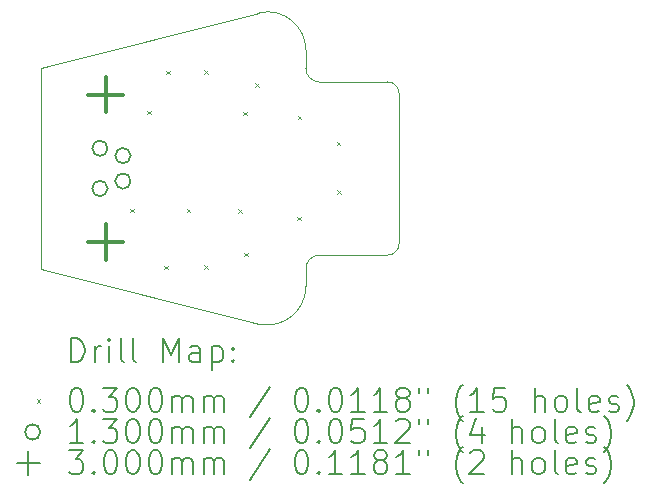
<source format=gbr>
%TF.GenerationSoftware,KiCad,Pcbnew,8.0.8*%
%TF.CreationDate,2025-02-03T14:17:49+01:00*%
%TF.ProjectId,FT25-SLS,46543235-2d53-44c5-932e-6b696361645f,rev?*%
%TF.SameCoordinates,Original*%
%TF.FileFunction,Drillmap*%
%TF.FilePolarity,Positive*%
%FSLAX45Y45*%
G04 Gerber Fmt 4.5, Leading zero omitted, Abs format (unit mm)*
G04 Created by KiCad (PCBNEW 8.0.8) date 2025-02-03 14:17:49*
%MOMM*%
%LPD*%
G01*
G04 APERTURE LIST*
%ADD10C,0.050000*%
%ADD11C,0.200000*%
%ADD12C,0.100000*%
%ADD13C,0.130000*%
%ADD14C,0.300000*%
G04 APERTURE END LIST*
D10*
X13825813Y-5000000D02*
X13826000Y-5152025D01*
X13430017Y-4681791D02*
G75*
G02*
X13825813Y-5000000I69983J-318209D01*
G01*
X11580000Y-5150000D02*
X13430017Y-4681791D01*
X13935891Y-5267000D02*
X14516000Y-5267000D01*
X14516000Y-5267000D02*
G75*
G02*
X14616000Y-5367000I0J-100000D01*
G01*
X14616289Y-6635289D02*
G75*
G02*
X14516289Y-6735289I-99999J-1D01*
G01*
X13825813Y-7000000D02*
G75*
G02*
X13430017Y-7318209I-325814J0D01*
G01*
X11580000Y-6850000D02*
X13430000Y-7318286D01*
X11580000Y-5150000D02*
X11580000Y-6850000D01*
X13825813Y-7000000D02*
X13827000Y-6850000D01*
X13935891Y-5267000D02*
G75*
G02*
X13826005Y-5152025I3109J112970D01*
G01*
X14616289Y-6634309D02*
X14616000Y-5367000D01*
X13827000Y-6850000D02*
G75*
G02*
X13936891Y-6735025I113000J2000D01*
G01*
X13936891Y-6735025D02*
X14516289Y-6735289D01*
D11*
D12*
X12340694Y-6340306D02*
X12370694Y-6370306D01*
X12370694Y-6340306D02*
X12340694Y-6370306D01*
X12481000Y-5513000D02*
X12511000Y-5543000D01*
X12511000Y-5513000D02*
X12481000Y-5543000D01*
X12629000Y-6826000D02*
X12659000Y-6856000D01*
X12659000Y-6826000D02*
X12629000Y-6856000D01*
X12643000Y-5174000D02*
X12673000Y-5204000D01*
X12673000Y-5174000D02*
X12643000Y-5204000D01*
X12819000Y-6342000D02*
X12849000Y-6372000D01*
X12849000Y-6342000D02*
X12819000Y-6372000D01*
X12964000Y-5168000D02*
X12994000Y-5198000D01*
X12994000Y-5168000D02*
X12964000Y-5198000D01*
X12965000Y-6820000D02*
X12995000Y-6850000D01*
X12995000Y-6820000D02*
X12965000Y-6850000D01*
X13254000Y-6344000D02*
X13284000Y-6374000D01*
X13284000Y-6344000D02*
X13254000Y-6374000D01*
X13296000Y-5519000D02*
X13326000Y-5549000D01*
X13326000Y-5519000D02*
X13296000Y-5549000D01*
X13305000Y-6716000D02*
X13335000Y-6746000D01*
X13335000Y-6716000D02*
X13305000Y-6746000D01*
X13399000Y-5280000D02*
X13429000Y-5310000D01*
X13429000Y-5280000D02*
X13399000Y-5310000D01*
X13755000Y-6409000D02*
X13785000Y-6439000D01*
X13785000Y-6409000D02*
X13755000Y-6439000D01*
X13759000Y-5556000D02*
X13789000Y-5586000D01*
X13789000Y-5556000D02*
X13759000Y-5586000D01*
X14086000Y-5776000D02*
X14116000Y-5806000D01*
X14116000Y-5776000D02*
X14086000Y-5806000D01*
X14090000Y-6185000D02*
X14120000Y-6215000D01*
X14120000Y-6185000D02*
X14090000Y-6215000D01*
D13*
X12147000Y-5830000D02*
G75*
G02*
X12017000Y-5830000I-65000J0D01*
G01*
X12017000Y-5830000D02*
G75*
G02*
X12147000Y-5830000I65000J0D01*
G01*
X12147000Y-6170000D02*
G75*
G02*
X12017000Y-6170000I-65000J0D01*
G01*
X12017000Y-6170000D02*
G75*
G02*
X12147000Y-6170000I65000J0D01*
G01*
X12342000Y-5892500D02*
G75*
G02*
X12212000Y-5892500I-65000J0D01*
G01*
X12212000Y-5892500D02*
G75*
G02*
X12342000Y-5892500I65000J0D01*
G01*
X12342000Y-6107500D02*
G75*
G02*
X12212000Y-6107500I-65000J0D01*
G01*
X12212000Y-6107500D02*
G75*
G02*
X12342000Y-6107500I65000J0D01*
G01*
D14*
X12132000Y-5225000D02*
X12132000Y-5525000D01*
X11982000Y-5375000D02*
X12282000Y-5375000D01*
X12132000Y-6475000D02*
X12132000Y-6775000D01*
X11982000Y-6625000D02*
X12282000Y-6625000D01*
D11*
X11838277Y-7639797D02*
X11838277Y-7439797D01*
X11838277Y-7439797D02*
X11885896Y-7439797D01*
X11885896Y-7439797D02*
X11914467Y-7449321D01*
X11914467Y-7449321D02*
X11933515Y-7468369D01*
X11933515Y-7468369D02*
X11943039Y-7487416D01*
X11943039Y-7487416D02*
X11952562Y-7525511D01*
X11952562Y-7525511D02*
X11952562Y-7554083D01*
X11952562Y-7554083D02*
X11943039Y-7592178D01*
X11943039Y-7592178D02*
X11933515Y-7611226D01*
X11933515Y-7611226D02*
X11914467Y-7630273D01*
X11914467Y-7630273D02*
X11885896Y-7639797D01*
X11885896Y-7639797D02*
X11838277Y-7639797D01*
X12038277Y-7639797D02*
X12038277Y-7506464D01*
X12038277Y-7544559D02*
X12047801Y-7525511D01*
X12047801Y-7525511D02*
X12057324Y-7515988D01*
X12057324Y-7515988D02*
X12076372Y-7506464D01*
X12076372Y-7506464D02*
X12095420Y-7506464D01*
X12162086Y-7639797D02*
X12162086Y-7506464D01*
X12162086Y-7439797D02*
X12152562Y-7449321D01*
X12152562Y-7449321D02*
X12162086Y-7458845D01*
X12162086Y-7458845D02*
X12171610Y-7449321D01*
X12171610Y-7449321D02*
X12162086Y-7439797D01*
X12162086Y-7439797D02*
X12162086Y-7458845D01*
X12285896Y-7639797D02*
X12266848Y-7630273D01*
X12266848Y-7630273D02*
X12257324Y-7611226D01*
X12257324Y-7611226D02*
X12257324Y-7439797D01*
X12390658Y-7639797D02*
X12371610Y-7630273D01*
X12371610Y-7630273D02*
X12362086Y-7611226D01*
X12362086Y-7611226D02*
X12362086Y-7439797D01*
X12619229Y-7639797D02*
X12619229Y-7439797D01*
X12619229Y-7439797D02*
X12685896Y-7582654D01*
X12685896Y-7582654D02*
X12752562Y-7439797D01*
X12752562Y-7439797D02*
X12752562Y-7639797D01*
X12933515Y-7639797D02*
X12933515Y-7535035D01*
X12933515Y-7535035D02*
X12923991Y-7515988D01*
X12923991Y-7515988D02*
X12904943Y-7506464D01*
X12904943Y-7506464D02*
X12866848Y-7506464D01*
X12866848Y-7506464D02*
X12847801Y-7515988D01*
X12933515Y-7630273D02*
X12914467Y-7639797D01*
X12914467Y-7639797D02*
X12866848Y-7639797D01*
X12866848Y-7639797D02*
X12847801Y-7630273D01*
X12847801Y-7630273D02*
X12838277Y-7611226D01*
X12838277Y-7611226D02*
X12838277Y-7592178D01*
X12838277Y-7592178D02*
X12847801Y-7573131D01*
X12847801Y-7573131D02*
X12866848Y-7563607D01*
X12866848Y-7563607D02*
X12914467Y-7563607D01*
X12914467Y-7563607D02*
X12933515Y-7554083D01*
X13028753Y-7506464D02*
X13028753Y-7706464D01*
X13028753Y-7515988D02*
X13047801Y-7506464D01*
X13047801Y-7506464D02*
X13085896Y-7506464D01*
X13085896Y-7506464D02*
X13104943Y-7515988D01*
X13104943Y-7515988D02*
X13114467Y-7525511D01*
X13114467Y-7525511D02*
X13123991Y-7544559D01*
X13123991Y-7544559D02*
X13123991Y-7601702D01*
X13123991Y-7601702D02*
X13114467Y-7620750D01*
X13114467Y-7620750D02*
X13104943Y-7630273D01*
X13104943Y-7630273D02*
X13085896Y-7639797D01*
X13085896Y-7639797D02*
X13047801Y-7639797D01*
X13047801Y-7639797D02*
X13028753Y-7630273D01*
X13209705Y-7620750D02*
X13219229Y-7630273D01*
X13219229Y-7630273D02*
X13209705Y-7639797D01*
X13209705Y-7639797D02*
X13200182Y-7630273D01*
X13200182Y-7630273D02*
X13209705Y-7620750D01*
X13209705Y-7620750D02*
X13209705Y-7639797D01*
X13209705Y-7515988D02*
X13219229Y-7525511D01*
X13219229Y-7525511D02*
X13209705Y-7535035D01*
X13209705Y-7535035D02*
X13200182Y-7525511D01*
X13200182Y-7525511D02*
X13209705Y-7515988D01*
X13209705Y-7515988D02*
X13209705Y-7535035D01*
D12*
X11547500Y-7953313D02*
X11577500Y-7983313D01*
X11577500Y-7953313D02*
X11547500Y-7983313D01*
D11*
X11876372Y-7859797D02*
X11895420Y-7859797D01*
X11895420Y-7859797D02*
X11914467Y-7869321D01*
X11914467Y-7869321D02*
X11923991Y-7878845D01*
X11923991Y-7878845D02*
X11933515Y-7897892D01*
X11933515Y-7897892D02*
X11943039Y-7935988D01*
X11943039Y-7935988D02*
X11943039Y-7983607D01*
X11943039Y-7983607D02*
X11933515Y-8021702D01*
X11933515Y-8021702D02*
X11923991Y-8040750D01*
X11923991Y-8040750D02*
X11914467Y-8050273D01*
X11914467Y-8050273D02*
X11895420Y-8059797D01*
X11895420Y-8059797D02*
X11876372Y-8059797D01*
X11876372Y-8059797D02*
X11857324Y-8050273D01*
X11857324Y-8050273D02*
X11847801Y-8040750D01*
X11847801Y-8040750D02*
X11838277Y-8021702D01*
X11838277Y-8021702D02*
X11828753Y-7983607D01*
X11828753Y-7983607D02*
X11828753Y-7935988D01*
X11828753Y-7935988D02*
X11838277Y-7897892D01*
X11838277Y-7897892D02*
X11847801Y-7878845D01*
X11847801Y-7878845D02*
X11857324Y-7869321D01*
X11857324Y-7869321D02*
X11876372Y-7859797D01*
X12028753Y-8040750D02*
X12038277Y-8050273D01*
X12038277Y-8050273D02*
X12028753Y-8059797D01*
X12028753Y-8059797D02*
X12019229Y-8050273D01*
X12019229Y-8050273D02*
X12028753Y-8040750D01*
X12028753Y-8040750D02*
X12028753Y-8059797D01*
X12104943Y-7859797D02*
X12228753Y-7859797D01*
X12228753Y-7859797D02*
X12162086Y-7935988D01*
X12162086Y-7935988D02*
X12190658Y-7935988D01*
X12190658Y-7935988D02*
X12209705Y-7945511D01*
X12209705Y-7945511D02*
X12219229Y-7955035D01*
X12219229Y-7955035D02*
X12228753Y-7974083D01*
X12228753Y-7974083D02*
X12228753Y-8021702D01*
X12228753Y-8021702D02*
X12219229Y-8040750D01*
X12219229Y-8040750D02*
X12209705Y-8050273D01*
X12209705Y-8050273D02*
X12190658Y-8059797D01*
X12190658Y-8059797D02*
X12133515Y-8059797D01*
X12133515Y-8059797D02*
X12114467Y-8050273D01*
X12114467Y-8050273D02*
X12104943Y-8040750D01*
X12352562Y-7859797D02*
X12371610Y-7859797D01*
X12371610Y-7859797D02*
X12390658Y-7869321D01*
X12390658Y-7869321D02*
X12400182Y-7878845D01*
X12400182Y-7878845D02*
X12409705Y-7897892D01*
X12409705Y-7897892D02*
X12419229Y-7935988D01*
X12419229Y-7935988D02*
X12419229Y-7983607D01*
X12419229Y-7983607D02*
X12409705Y-8021702D01*
X12409705Y-8021702D02*
X12400182Y-8040750D01*
X12400182Y-8040750D02*
X12390658Y-8050273D01*
X12390658Y-8050273D02*
X12371610Y-8059797D01*
X12371610Y-8059797D02*
X12352562Y-8059797D01*
X12352562Y-8059797D02*
X12333515Y-8050273D01*
X12333515Y-8050273D02*
X12323991Y-8040750D01*
X12323991Y-8040750D02*
X12314467Y-8021702D01*
X12314467Y-8021702D02*
X12304943Y-7983607D01*
X12304943Y-7983607D02*
X12304943Y-7935988D01*
X12304943Y-7935988D02*
X12314467Y-7897892D01*
X12314467Y-7897892D02*
X12323991Y-7878845D01*
X12323991Y-7878845D02*
X12333515Y-7869321D01*
X12333515Y-7869321D02*
X12352562Y-7859797D01*
X12543039Y-7859797D02*
X12562086Y-7859797D01*
X12562086Y-7859797D02*
X12581134Y-7869321D01*
X12581134Y-7869321D02*
X12590658Y-7878845D01*
X12590658Y-7878845D02*
X12600182Y-7897892D01*
X12600182Y-7897892D02*
X12609705Y-7935988D01*
X12609705Y-7935988D02*
X12609705Y-7983607D01*
X12609705Y-7983607D02*
X12600182Y-8021702D01*
X12600182Y-8021702D02*
X12590658Y-8040750D01*
X12590658Y-8040750D02*
X12581134Y-8050273D01*
X12581134Y-8050273D02*
X12562086Y-8059797D01*
X12562086Y-8059797D02*
X12543039Y-8059797D01*
X12543039Y-8059797D02*
X12523991Y-8050273D01*
X12523991Y-8050273D02*
X12514467Y-8040750D01*
X12514467Y-8040750D02*
X12504943Y-8021702D01*
X12504943Y-8021702D02*
X12495420Y-7983607D01*
X12495420Y-7983607D02*
X12495420Y-7935988D01*
X12495420Y-7935988D02*
X12504943Y-7897892D01*
X12504943Y-7897892D02*
X12514467Y-7878845D01*
X12514467Y-7878845D02*
X12523991Y-7869321D01*
X12523991Y-7869321D02*
X12543039Y-7859797D01*
X12695420Y-8059797D02*
X12695420Y-7926464D01*
X12695420Y-7945511D02*
X12704943Y-7935988D01*
X12704943Y-7935988D02*
X12723991Y-7926464D01*
X12723991Y-7926464D02*
X12752563Y-7926464D01*
X12752563Y-7926464D02*
X12771610Y-7935988D01*
X12771610Y-7935988D02*
X12781134Y-7955035D01*
X12781134Y-7955035D02*
X12781134Y-8059797D01*
X12781134Y-7955035D02*
X12790658Y-7935988D01*
X12790658Y-7935988D02*
X12809705Y-7926464D01*
X12809705Y-7926464D02*
X12838277Y-7926464D01*
X12838277Y-7926464D02*
X12857324Y-7935988D01*
X12857324Y-7935988D02*
X12866848Y-7955035D01*
X12866848Y-7955035D02*
X12866848Y-8059797D01*
X12962086Y-8059797D02*
X12962086Y-7926464D01*
X12962086Y-7945511D02*
X12971610Y-7935988D01*
X12971610Y-7935988D02*
X12990658Y-7926464D01*
X12990658Y-7926464D02*
X13019229Y-7926464D01*
X13019229Y-7926464D02*
X13038277Y-7935988D01*
X13038277Y-7935988D02*
X13047801Y-7955035D01*
X13047801Y-7955035D02*
X13047801Y-8059797D01*
X13047801Y-7955035D02*
X13057324Y-7935988D01*
X13057324Y-7935988D02*
X13076372Y-7926464D01*
X13076372Y-7926464D02*
X13104943Y-7926464D01*
X13104943Y-7926464D02*
X13123991Y-7935988D01*
X13123991Y-7935988D02*
X13133515Y-7955035D01*
X13133515Y-7955035D02*
X13133515Y-8059797D01*
X13523991Y-7850273D02*
X13352563Y-8107416D01*
X13781134Y-7859797D02*
X13800182Y-7859797D01*
X13800182Y-7859797D02*
X13819229Y-7869321D01*
X13819229Y-7869321D02*
X13828753Y-7878845D01*
X13828753Y-7878845D02*
X13838277Y-7897892D01*
X13838277Y-7897892D02*
X13847801Y-7935988D01*
X13847801Y-7935988D02*
X13847801Y-7983607D01*
X13847801Y-7983607D02*
X13838277Y-8021702D01*
X13838277Y-8021702D02*
X13828753Y-8040750D01*
X13828753Y-8040750D02*
X13819229Y-8050273D01*
X13819229Y-8050273D02*
X13800182Y-8059797D01*
X13800182Y-8059797D02*
X13781134Y-8059797D01*
X13781134Y-8059797D02*
X13762086Y-8050273D01*
X13762086Y-8050273D02*
X13752563Y-8040750D01*
X13752563Y-8040750D02*
X13743039Y-8021702D01*
X13743039Y-8021702D02*
X13733515Y-7983607D01*
X13733515Y-7983607D02*
X13733515Y-7935988D01*
X13733515Y-7935988D02*
X13743039Y-7897892D01*
X13743039Y-7897892D02*
X13752563Y-7878845D01*
X13752563Y-7878845D02*
X13762086Y-7869321D01*
X13762086Y-7869321D02*
X13781134Y-7859797D01*
X13933515Y-8040750D02*
X13943039Y-8050273D01*
X13943039Y-8050273D02*
X13933515Y-8059797D01*
X13933515Y-8059797D02*
X13923991Y-8050273D01*
X13923991Y-8050273D02*
X13933515Y-8040750D01*
X13933515Y-8040750D02*
X13933515Y-8059797D01*
X14066848Y-7859797D02*
X14085896Y-7859797D01*
X14085896Y-7859797D02*
X14104944Y-7869321D01*
X14104944Y-7869321D02*
X14114467Y-7878845D01*
X14114467Y-7878845D02*
X14123991Y-7897892D01*
X14123991Y-7897892D02*
X14133515Y-7935988D01*
X14133515Y-7935988D02*
X14133515Y-7983607D01*
X14133515Y-7983607D02*
X14123991Y-8021702D01*
X14123991Y-8021702D02*
X14114467Y-8040750D01*
X14114467Y-8040750D02*
X14104944Y-8050273D01*
X14104944Y-8050273D02*
X14085896Y-8059797D01*
X14085896Y-8059797D02*
X14066848Y-8059797D01*
X14066848Y-8059797D02*
X14047801Y-8050273D01*
X14047801Y-8050273D02*
X14038277Y-8040750D01*
X14038277Y-8040750D02*
X14028753Y-8021702D01*
X14028753Y-8021702D02*
X14019229Y-7983607D01*
X14019229Y-7983607D02*
X14019229Y-7935988D01*
X14019229Y-7935988D02*
X14028753Y-7897892D01*
X14028753Y-7897892D02*
X14038277Y-7878845D01*
X14038277Y-7878845D02*
X14047801Y-7869321D01*
X14047801Y-7869321D02*
X14066848Y-7859797D01*
X14323991Y-8059797D02*
X14209706Y-8059797D01*
X14266848Y-8059797D02*
X14266848Y-7859797D01*
X14266848Y-7859797D02*
X14247801Y-7888369D01*
X14247801Y-7888369D02*
X14228753Y-7907416D01*
X14228753Y-7907416D02*
X14209706Y-7916940D01*
X14514467Y-8059797D02*
X14400182Y-8059797D01*
X14457325Y-8059797D02*
X14457325Y-7859797D01*
X14457325Y-7859797D02*
X14438277Y-7888369D01*
X14438277Y-7888369D02*
X14419229Y-7907416D01*
X14419229Y-7907416D02*
X14400182Y-7916940D01*
X14628753Y-7945511D02*
X14609706Y-7935988D01*
X14609706Y-7935988D02*
X14600182Y-7926464D01*
X14600182Y-7926464D02*
X14590658Y-7907416D01*
X14590658Y-7907416D02*
X14590658Y-7897892D01*
X14590658Y-7897892D02*
X14600182Y-7878845D01*
X14600182Y-7878845D02*
X14609706Y-7869321D01*
X14609706Y-7869321D02*
X14628753Y-7859797D01*
X14628753Y-7859797D02*
X14666848Y-7859797D01*
X14666848Y-7859797D02*
X14685896Y-7869321D01*
X14685896Y-7869321D02*
X14695420Y-7878845D01*
X14695420Y-7878845D02*
X14704944Y-7897892D01*
X14704944Y-7897892D02*
X14704944Y-7907416D01*
X14704944Y-7907416D02*
X14695420Y-7926464D01*
X14695420Y-7926464D02*
X14685896Y-7935988D01*
X14685896Y-7935988D02*
X14666848Y-7945511D01*
X14666848Y-7945511D02*
X14628753Y-7945511D01*
X14628753Y-7945511D02*
X14609706Y-7955035D01*
X14609706Y-7955035D02*
X14600182Y-7964559D01*
X14600182Y-7964559D02*
X14590658Y-7983607D01*
X14590658Y-7983607D02*
X14590658Y-8021702D01*
X14590658Y-8021702D02*
X14600182Y-8040750D01*
X14600182Y-8040750D02*
X14609706Y-8050273D01*
X14609706Y-8050273D02*
X14628753Y-8059797D01*
X14628753Y-8059797D02*
X14666848Y-8059797D01*
X14666848Y-8059797D02*
X14685896Y-8050273D01*
X14685896Y-8050273D02*
X14695420Y-8040750D01*
X14695420Y-8040750D02*
X14704944Y-8021702D01*
X14704944Y-8021702D02*
X14704944Y-7983607D01*
X14704944Y-7983607D02*
X14695420Y-7964559D01*
X14695420Y-7964559D02*
X14685896Y-7955035D01*
X14685896Y-7955035D02*
X14666848Y-7945511D01*
X14781134Y-7859797D02*
X14781134Y-7897892D01*
X14857325Y-7859797D02*
X14857325Y-7897892D01*
X15152563Y-8135988D02*
X15143039Y-8126464D01*
X15143039Y-8126464D02*
X15123991Y-8097892D01*
X15123991Y-8097892D02*
X15114468Y-8078845D01*
X15114468Y-8078845D02*
X15104944Y-8050273D01*
X15104944Y-8050273D02*
X15095420Y-8002654D01*
X15095420Y-8002654D02*
X15095420Y-7964559D01*
X15095420Y-7964559D02*
X15104944Y-7916940D01*
X15104944Y-7916940D02*
X15114468Y-7888369D01*
X15114468Y-7888369D02*
X15123991Y-7869321D01*
X15123991Y-7869321D02*
X15143039Y-7840750D01*
X15143039Y-7840750D02*
X15152563Y-7831226D01*
X15333515Y-8059797D02*
X15219229Y-8059797D01*
X15276372Y-8059797D02*
X15276372Y-7859797D01*
X15276372Y-7859797D02*
X15257325Y-7888369D01*
X15257325Y-7888369D02*
X15238277Y-7907416D01*
X15238277Y-7907416D02*
X15219229Y-7916940D01*
X15514468Y-7859797D02*
X15419229Y-7859797D01*
X15419229Y-7859797D02*
X15409706Y-7955035D01*
X15409706Y-7955035D02*
X15419229Y-7945511D01*
X15419229Y-7945511D02*
X15438277Y-7935988D01*
X15438277Y-7935988D02*
X15485896Y-7935988D01*
X15485896Y-7935988D02*
X15504944Y-7945511D01*
X15504944Y-7945511D02*
X15514468Y-7955035D01*
X15514468Y-7955035D02*
X15523991Y-7974083D01*
X15523991Y-7974083D02*
X15523991Y-8021702D01*
X15523991Y-8021702D02*
X15514468Y-8040750D01*
X15514468Y-8040750D02*
X15504944Y-8050273D01*
X15504944Y-8050273D02*
X15485896Y-8059797D01*
X15485896Y-8059797D02*
X15438277Y-8059797D01*
X15438277Y-8059797D02*
X15419229Y-8050273D01*
X15419229Y-8050273D02*
X15409706Y-8040750D01*
X15762087Y-8059797D02*
X15762087Y-7859797D01*
X15847801Y-8059797D02*
X15847801Y-7955035D01*
X15847801Y-7955035D02*
X15838277Y-7935988D01*
X15838277Y-7935988D02*
X15819230Y-7926464D01*
X15819230Y-7926464D02*
X15790658Y-7926464D01*
X15790658Y-7926464D02*
X15771610Y-7935988D01*
X15771610Y-7935988D02*
X15762087Y-7945511D01*
X15971610Y-8059797D02*
X15952563Y-8050273D01*
X15952563Y-8050273D02*
X15943039Y-8040750D01*
X15943039Y-8040750D02*
X15933515Y-8021702D01*
X15933515Y-8021702D02*
X15933515Y-7964559D01*
X15933515Y-7964559D02*
X15943039Y-7945511D01*
X15943039Y-7945511D02*
X15952563Y-7935988D01*
X15952563Y-7935988D02*
X15971610Y-7926464D01*
X15971610Y-7926464D02*
X16000182Y-7926464D01*
X16000182Y-7926464D02*
X16019230Y-7935988D01*
X16019230Y-7935988D02*
X16028753Y-7945511D01*
X16028753Y-7945511D02*
X16038277Y-7964559D01*
X16038277Y-7964559D02*
X16038277Y-8021702D01*
X16038277Y-8021702D02*
X16028753Y-8040750D01*
X16028753Y-8040750D02*
X16019230Y-8050273D01*
X16019230Y-8050273D02*
X16000182Y-8059797D01*
X16000182Y-8059797D02*
X15971610Y-8059797D01*
X16152563Y-8059797D02*
X16133515Y-8050273D01*
X16133515Y-8050273D02*
X16123991Y-8031226D01*
X16123991Y-8031226D02*
X16123991Y-7859797D01*
X16304944Y-8050273D02*
X16285896Y-8059797D01*
X16285896Y-8059797D02*
X16247801Y-8059797D01*
X16247801Y-8059797D02*
X16228753Y-8050273D01*
X16228753Y-8050273D02*
X16219230Y-8031226D01*
X16219230Y-8031226D02*
X16219230Y-7955035D01*
X16219230Y-7955035D02*
X16228753Y-7935988D01*
X16228753Y-7935988D02*
X16247801Y-7926464D01*
X16247801Y-7926464D02*
X16285896Y-7926464D01*
X16285896Y-7926464D02*
X16304944Y-7935988D01*
X16304944Y-7935988D02*
X16314468Y-7955035D01*
X16314468Y-7955035D02*
X16314468Y-7974083D01*
X16314468Y-7974083D02*
X16219230Y-7993131D01*
X16390658Y-8050273D02*
X16409706Y-8059797D01*
X16409706Y-8059797D02*
X16447801Y-8059797D01*
X16447801Y-8059797D02*
X16466849Y-8050273D01*
X16466849Y-8050273D02*
X16476372Y-8031226D01*
X16476372Y-8031226D02*
X16476372Y-8021702D01*
X16476372Y-8021702D02*
X16466849Y-8002654D01*
X16466849Y-8002654D02*
X16447801Y-7993131D01*
X16447801Y-7993131D02*
X16419230Y-7993131D01*
X16419230Y-7993131D02*
X16400182Y-7983607D01*
X16400182Y-7983607D02*
X16390658Y-7964559D01*
X16390658Y-7964559D02*
X16390658Y-7955035D01*
X16390658Y-7955035D02*
X16400182Y-7935988D01*
X16400182Y-7935988D02*
X16419230Y-7926464D01*
X16419230Y-7926464D02*
X16447801Y-7926464D01*
X16447801Y-7926464D02*
X16466849Y-7935988D01*
X16543039Y-8135988D02*
X16552563Y-8126464D01*
X16552563Y-8126464D02*
X16571611Y-8097892D01*
X16571611Y-8097892D02*
X16581134Y-8078845D01*
X16581134Y-8078845D02*
X16590658Y-8050273D01*
X16590658Y-8050273D02*
X16600182Y-8002654D01*
X16600182Y-8002654D02*
X16600182Y-7964559D01*
X16600182Y-7964559D02*
X16590658Y-7916940D01*
X16590658Y-7916940D02*
X16581134Y-7888369D01*
X16581134Y-7888369D02*
X16571611Y-7869321D01*
X16571611Y-7869321D02*
X16552563Y-7840750D01*
X16552563Y-7840750D02*
X16543039Y-7831226D01*
D13*
X11577500Y-8232313D02*
G75*
G02*
X11447500Y-8232313I-65000J0D01*
G01*
X11447500Y-8232313D02*
G75*
G02*
X11577500Y-8232313I65000J0D01*
G01*
D11*
X11943039Y-8323797D02*
X11828753Y-8323797D01*
X11885896Y-8323797D02*
X11885896Y-8123797D01*
X11885896Y-8123797D02*
X11866848Y-8152369D01*
X11866848Y-8152369D02*
X11847801Y-8171416D01*
X11847801Y-8171416D02*
X11828753Y-8180940D01*
X12028753Y-8304750D02*
X12038277Y-8314273D01*
X12038277Y-8314273D02*
X12028753Y-8323797D01*
X12028753Y-8323797D02*
X12019229Y-8314273D01*
X12019229Y-8314273D02*
X12028753Y-8304750D01*
X12028753Y-8304750D02*
X12028753Y-8323797D01*
X12104943Y-8123797D02*
X12228753Y-8123797D01*
X12228753Y-8123797D02*
X12162086Y-8199988D01*
X12162086Y-8199988D02*
X12190658Y-8199988D01*
X12190658Y-8199988D02*
X12209705Y-8209511D01*
X12209705Y-8209511D02*
X12219229Y-8219035D01*
X12219229Y-8219035D02*
X12228753Y-8238083D01*
X12228753Y-8238083D02*
X12228753Y-8285702D01*
X12228753Y-8285702D02*
X12219229Y-8304750D01*
X12219229Y-8304750D02*
X12209705Y-8314273D01*
X12209705Y-8314273D02*
X12190658Y-8323797D01*
X12190658Y-8323797D02*
X12133515Y-8323797D01*
X12133515Y-8323797D02*
X12114467Y-8314273D01*
X12114467Y-8314273D02*
X12104943Y-8304750D01*
X12352562Y-8123797D02*
X12371610Y-8123797D01*
X12371610Y-8123797D02*
X12390658Y-8133321D01*
X12390658Y-8133321D02*
X12400182Y-8142845D01*
X12400182Y-8142845D02*
X12409705Y-8161892D01*
X12409705Y-8161892D02*
X12419229Y-8199988D01*
X12419229Y-8199988D02*
X12419229Y-8247607D01*
X12419229Y-8247607D02*
X12409705Y-8285702D01*
X12409705Y-8285702D02*
X12400182Y-8304750D01*
X12400182Y-8304750D02*
X12390658Y-8314273D01*
X12390658Y-8314273D02*
X12371610Y-8323797D01*
X12371610Y-8323797D02*
X12352562Y-8323797D01*
X12352562Y-8323797D02*
X12333515Y-8314273D01*
X12333515Y-8314273D02*
X12323991Y-8304750D01*
X12323991Y-8304750D02*
X12314467Y-8285702D01*
X12314467Y-8285702D02*
X12304943Y-8247607D01*
X12304943Y-8247607D02*
X12304943Y-8199988D01*
X12304943Y-8199988D02*
X12314467Y-8161892D01*
X12314467Y-8161892D02*
X12323991Y-8142845D01*
X12323991Y-8142845D02*
X12333515Y-8133321D01*
X12333515Y-8133321D02*
X12352562Y-8123797D01*
X12543039Y-8123797D02*
X12562086Y-8123797D01*
X12562086Y-8123797D02*
X12581134Y-8133321D01*
X12581134Y-8133321D02*
X12590658Y-8142845D01*
X12590658Y-8142845D02*
X12600182Y-8161892D01*
X12600182Y-8161892D02*
X12609705Y-8199988D01*
X12609705Y-8199988D02*
X12609705Y-8247607D01*
X12609705Y-8247607D02*
X12600182Y-8285702D01*
X12600182Y-8285702D02*
X12590658Y-8304750D01*
X12590658Y-8304750D02*
X12581134Y-8314273D01*
X12581134Y-8314273D02*
X12562086Y-8323797D01*
X12562086Y-8323797D02*
X12543039Y-8323797D01*
X12543039Y-8323797D02*
X12523991Y-8314273D01*
X12523991Y-8314273D02*
X12514467Y-8304750D01*
X12514467Y-8304750D02*
X12504943Y-8285702D01*
X12504943Y-8285702D02*
X12495420Y-8247607D01*
X12495420Y-8247607D02*
X12495420Y-8199988D01*
X12495420Y-8199988D02*
X12504943Y-8161892D01*
X12504943Y-8161892D02*
X12514467Y-8142845D01*
X12514467Y-8142845D02*
X12523991Y-8133321D01*
X12523991Y-8133321D02*
X12543039Y-8123797D01*
X12695420Y-8323797D02*
X12695420Y-8190464D01*
X12695420Y-8209511D02*
X12704943Y-8199988D01*
X12704943Y-8199988D02*
X12723991Y-8190464D01*
X12723991Y-8190464D02*
X12752563Y-8190464D01*
X12752563Y-8190464D02*
X12771610Y-8199988D01*
X12771610Y-8199988D02*
X12781134Y-8219035D01*
X12781134Y-8219035D02*
X12781134Y-8323797D01*
X12781134Y-8219035D02*
X12790658Y-8199988D01*
X12790658Y-8199988D02*
X12809705Y-8190464D01*
X12809705Y-8190464D02*
X12838277Y-8190464D01*
X12838277Y-8190464D02*
X12857324Y-8199988D01*
X12857324Y-8199988D02*
X12866848Y-8219035D01*
X12866848Y-8219035D02*
X12866848Y-8323797D01*
X12962086Y-8323797D02*
X12962086Y-8190464D01*
X12962086Y-8209511D02*
X12971610Y-8199988D01*
X12971610Y-8199988D02*
X12990658Y-8190464D01*
X12990658Y-8190464D02*
X13019229Y-8190464D01*
X13019229Y-8190464D02*
X13038277Y-8199988D01*
X13038277Y-8199988D02*
X13047801Y-8219035D01*
X13047801Y-8219035D02*
X13047801Y-8323797D01*
X13047801Y-8219035D02*
X13057324Y-8199988D01*
X13057324Y-8199988D02*
X13076372Y-8190464D01*
X13076372Y-8190464D02*
X13104943Y-8190464D01*
X13104943Y-8190464D02*
X13123991Y-8199988D01*
X13123991Y-8199988D02*
X13133515Y-8219035D01*
X13133515Y-8219035D02*
X13133515Y-8323797D01*
X13523991Y-8114273D02*
X13352563Y-8371416D01*
X13781134Y-8123797D02*
X13800182Y-8123797D01*
X13800182Y-8123797D02*
X13819229Y-8133321D01*
X13819229Y-8133321D02*
X13828753Y-8142845D01*
X13828753Y-8142845D02*
X13838277Y-8161892D01*
X13838277Y-8161892D02*
X13847801Y-8199988D01*
X13847801Y-8199988D02*
X13847801Y-8247607D01*
X13847801Y-8247607D02*
X13838277Y-8285702D01*
X13838277Y-8285702D02*
X13828753Y-8304750D01*
X13828753Y-8304750D02*
X13819229Y-8314273D01*
X13819229Y-8314273D02*
X13800182Y-8323797D01*
X13800182Y-8323797D02*
X13781134Y-8323797D01*
X13781134Y-8323797D02*
X13762086Y-8314273D01*
X13762086Y-8314273D02*
X13752563Y-8304750D01*
X13752563Y-8304750D02*
X13743039Y-8285702D01*
X13743039Y-8285702D02*
X13733515Y-8247607D01*
X13733515Y-8247607D02*
X13733515Y-8199988D01*
X13733515Y-8199988D02*
X13743039Y-8161892D01*
X13743039Y-8161892D02*
X13752563Y-8142845D01*
X13752563Y-8142845D02*
X13762086Y-8133321D01*
X13762086Y-8133321D02*
X13781134Y-8123797D01*
X13933515Y-8304750D02*
X13943039Y-8314273D01*
X13943039Y-8314273D02*
X13933515Y-8323797D01*
X13933515Y-8323797D02*
X13923991Y-8314273D01*
X13923991Y-8314273D02*
X13933515Y-8304750D01*
X13933515Y-8304750D02*
X13933515Y-8323797D01*
X14066848Y-8123797D02*
X14085896Y-8123797D01*
X14085896Y-8123797D02*
X14104944Y-8133321D01*
X14104944Y-8133321D02*
X14114467Y-8142845D01*
X14114467Y-8142845D02*
X14123991Y-8161892D01*
X14123991Y-8161892D02*
X14133515Y-8199988D01*
X14133515Y-8199988D02*
X14133515Y-8247607D01*
X14133515Y-8247607D02*
X14123991Y-8285702D01*
X14123991Y-8285702D02*
X14114467Y-8304750D01*
X14114467Y-8304750D02*
X14104944Y-8314273D01*
X14104944Y-8314273D02*
X14085896Y-8323797D01*
X14085896Y-8323797D02*
X14066848Y-8323797D01*
X14066848Y-8323797D02*
X14047801Y-8314273D01*
X14047801Y-8314273D02*
X14038277Y-8304750D01*
X14038277Y-8304750D02*
X14028753Y-8285702D01*
X14028753Y-8285702D02*
X14019229Y-8247607D01*
X14019229Y-8247607D02*
X14019229Y-8199988D01*
X14019229Y-8199988D02*
X14028753Y-8161892D01*
X14028753Y-8161892D02*
X14038277Y-8142845D01*
X14038277Y-8142845D02*
X14047801Y-8133321D01*
X14047801Y-8133321D02*
X14066848Y-8123797D01*
X14314467Y-8123797D02*
X14219229Y-8123797D01*
X14219229Y-8123797D02*
X14209706Y-8219035D01*
X14209706Y-8219035D02*
X14219229Y-8209511D01*
X14219229Y-8209511D02*
X14238277Y-8199988D01*
X14238277Y-8199988D02*
X14285896Y-8199988D01*
X14285896Y-8199988D02*
X14304944Y-8209511D01*
X14304944Y-8209511D02*
X14314467Y-8219035D01*
X14314467Y-8219035D02*
X14323991Y-8238083D01*
X14323991Y-8238083D02*
X14323991Y-8285702D01*
X14323991Y-8285702D02*
X14314467Y-8304750D01*
X14314467Y-8304750D02*
X14304944Y-8314273D01*
X14304944Y-8314273D02*
X14285896Y-8323797D01*
X14285896Y-8323797D02*
X14238277Y-8323797D01*
X14238277Y-8323797D02*
X14219229Y-8314273D01*
X14219229Y-8314273D02*
X14209706Y-8304750D01*
X14514467Y-8323797D02*
X14400182Y-8323797D01*
X14457325Y-8323797D02*
X14457325Y-8123797D01*
X14457325Y-8123797D02*
X14438277Y-8152369D01*
X14438277Y-8152369D02*
X14419229Y-8171416D01*
X14419229Y-8171416D02*
X14400182Y-8180940D01*
X14590658Y-8142845D02*
X14600182Y-8133321D01*
X14600182Y-8133321D02*
X14619229Y-8123797D01*
X14619229Y-8123797D02*
X14666848Y-8123797D01*
X14666848Y-8123797D02*
X14685896Y-8133321D01*
X14685896Y-8133321D02*
X14695420Y-8142845D01*
X14695420Y-8142845D02*
X14704944Y-8161892D01*
X14704944Y-8161892D02*
X14704944Y-8180940D01*
X14704944Y-8180940D02*
X14695420Y-8209511D01*
X14695420Y-8209511D02*
X14581134Y-8323797D01*
X14581134Y-8323797D02*
X14704944Y-8323797D01*
X14781134Y-8123797D02*
X14781134Y-8161892D01*
X14857325Y-8123797D02*
X14857325Y-8161892D01*
X15152563Y-8399988D02*
X15143039Y-8390464D01*
X15143039Y-8390464D02*
X15123991Y-8361892D01*
X15123991Y-8361892D02*
X15114468Y-8342845D01*
X15114468Y-8342845D02*
X15104944Y-8314273D01*
X15104944Y-8314273D02*
X15095420Y-8266654D01*
X15095420Y-8266654D02*
X15095420Y-8228559D01*
X15095420Y-8228559D02*
X15104944Y-8180940D01*
X15104944Y-8180940D02*
X15114468Y-8152369D01*
X15114468Y-8152369D02*
X15123991Y-8133321D01*
X15123991Y-8133321D02*
X15143039Y-8104750D01*
X15143039Y-8104750D02*
X15152563Y-8095226D01*
X15314468Y-8190464D02*
X15314468Y-8323797D01*
X15266848Y-8114273D02*
X15219229Y-8257131D01*
X15219229Y-8257131D02*
X15343039Y-8257131D01*
X15571610Y-8323797D02*
X15571610Y-8123797D01*
X15657325Y-8323797D02*
X15657325Y-8219035D01*
X15657325Y-8219035D02*
X15647801Y-8199988D01*
X15647801Y-8199988D02*
X15628753Y-8190464D01*
X15628753Y-8190464D02*
X15600182Y-8190464D01*
X15600182Y-8190464D02*
X15581134Y-8199988D01*
X15581134Y-8199988D02*
X15571610Y-8209511D01*
X15781134Y-8323797D02*
X15762087Y-8314273D01*
X15762087Y-8314273D02*
X15752563Y-8304750D01*
X15752563Y-8304750D02*
X15743039Y-8285702D01*
X15743039Y-8285702D02*
X15743039Y-8228559D01*
X15743039Y-8228559D02*
X15752563Y-8209511D01*
X15752563Y-8209511D02*
X15762087Y-8199988D01*
X15762087Y-8199988D02*
X15781134Y-8190464D01*
X15781134Y-8190464D02*
X15809706Y-8190464D01*
X15809706Y-8190464D02*
X15828753Y-8199988D01*
X15828753Y-8199988D02*
X15838277Y-8209511D01*
X15838277Y-8209511D02*
X15847801Y-8228559D01*
X15847801Y-8228559D02*
X15847801Y-8285702D01*
X15847801Y-8285702D02*
X15838277Y-8304750D01*
X15838277Y-8304750D02*
X15828753Y-8314273D01*
X15828753Y-8314273D02*
X15809706Y-8323797D01*
X15809706Y-8323797D02*
X15781134Y-8323797D01*
X15962087Y-8323797D02*
X15943039Y-8314273D01*
X15943039Y-8314273D02*
X15933515Y-8295226D01*
X15933515Y-8295226D02*
X15933515Y-8123797D01*
X16114468Y-8314273D02*
X16095420Y-8323797D01*
X16095420Y-8323797D02*
X16057325Y-8323797D01*
X16057325Y-8323797D02*
X16038277Y-8314273D01*
X16038277Y-8314273D02*
X16028753Y-8295226D01*
X16028753Y-8295226D02*
X16028753Y-8219035D01*
X16028753Y-8219035D02*
X16038277Y-8199988D01*
X16038277Y-8199988D02*
X16057325Y-8190464D01*
X16057325Y-8190464D02*
X16095420Y-8190464D01*
X16095420Y-8190464D02*
X16114468Y-8199988D01*
X16114468Y-8199988D02*
X16123991Y-8219035D01*
X16123991Y-8219035D02*
X16123991Y-8238083D01*
X16123991Y-8238083D02*
X16028753Y-8257131D01*
X16200182Y-8314273D02*
X16219230Y-8323797D01*
X16219230Y-8323797D02*
X16257325Y-8323797D01*
X16257325Y-8323797D02*
X16276372Y-8314273D01*
X16276372Y-8314273D02*
X16285896Y-8295226D01*
X16285896Y-8295226D02*
X16285896Y-8285702D01*
X16285896Y-8285702D02*
X16276372Y-8266654D01*
X16276372Y-8266654D02*
X16257325Y-8257131D01*
X16257325Y-8257131D02*
X16228753Y-8257131D01*
X16228753Y-8257131D02*
X16209706Y-8247607D01*
X16209706Y-8247607D02*
X16200182Y-8228559D01*
X16200182Y-8228559D02*
X16200182Y-8219035D01*
X16200182Y-8219035D02*
X16209706Y-8199988D01*
X16209706Y-8199988D02*
X16228753Y-8190464D01*
X16228753Y-8190464D02*
X16257325Y-8190464D01*
X16257325Y-8190464D02*
X16276372Y-8199988D01*
X16352563Y-8399988D02*
X16362087Y-8390464D01*
X16362087Y-8390464D02*
X16381134Y-8361892D01*
X16381134Y-8361892D02*
X16390658Y-8342845D01*
X16390658Y-8342845D02*
X16400182Y-8314273D01*
X16400182Y-8314273D02*
X16409706Y-8266654D01*
X16409706Y-8266654D02*
X16409706Y-8228559D01*
X16409706Y-8228559D02*
X16400182Y-8180940D01*
X16400182Y-8180940D02*
X16390658Y-8152369D01*
X16390658Y-8152369D02*
X16381134Y-8133321D01*
X16381134Y-8133321D02*
X16362087Y-8104750D01*
X16362087Y-8104750D02*
X16352563Y-8095226D01*
X11477500Y-8396314D02*
X11477500Y-8596314D01*
X11377500Y-8496314D02*
X11577500Y-8496314D01*
X11819229Y-8387797D02*
X11943039Y-8387797D01*
X11943039Y-8387797D02*
X11876372Y-8463988D01*
X11876372Y-8463988D02*
X11904943Y-8463988D01*
X11904943Y-8463988D02*
X11923991Y-8473512D01*
X11923991Y-8473512D02*
X11933515Y-8483035D01*
X11933515Y-8483035D02*
X11943039Y-8502083D01*
X11943039Y-8502083D02*
X11943039Y-8549702D01*
X11943039Y-8549702D02*
X11933515Y-8568750D01*
X11933515Y-8568750D02*
X11923991Y-8578274D01*
X11923991Y-8578274D02*
X11904943Y-8587797D01*
X11904943Y-8587797D02*
X11847801Y-8587797D01*
X11847801Y-8587797D02*
X11828753Y-8578274D01*
X11828753Y-8578274D02*
X11819229Y-8568750D01*
X12028753Y-8568750D02*
X12038277Y-8578274D01*
X12038277Y-8578274D02*
X12028753Y-8587797D01*
X12028753Y-8587797D02*
X12019229Y-8578274D01*
X12019229Y-8578274D02*
X12028753Y-8568750D01*
X12028753Y-8568750D02*
X12028753Y-8587797D01*
X12162086Y-8387797D02*
X12181134Y-8387797D01*
X12181134Y-8387797D02*
X12200182Y-8397321D01*
X12200182Y-8397321D02*
X12209705Y-8406845D01*
X12209705Y-8406845D02*
X12219229Y-8425893D01*
X12219229Y-8425893D02*
X12228753Y-8463988D01*
X12228753Y-8463988D02*
X12228753Y-8511607D01*
X12228753Y-8511607D02*
X12219229Y-8549702D01*
X12219229Y-8549702D02*
X12209705Y-8568750D01*
X12209705Y-8568750D02*
X12200182Y-8578274D01*
X12200182Y-8578274D02*
X12181134Y-8587797D01*
X12181134Y-8587797D02*
X12162086Y-8587797D01*
X12162086Y-8587797D02*
X12143039Y-8578274D01*
X12143039Y-8578274D02*
X12133515Y-8568750D01*
X12133515Y-8568750D02*
X12123991Y-8549702D01*
X12123991Y-8549702D02*
X12114467Y-8511607D01*
X12114467Y-8511607D02*
X12114467Y-8463988D01*
X12114467Y-8463988D02*
X12123991Y-8425893D01*
X12123991Y-8425893D02*
X12133515Y-8406845D01*
X12133515Y-8406845D02*
X12143039Y-8397321D01*
X12143039Y-8397321D02*
X12162086Y-8387797D01*
X12352562Y-8387797D02*
X12371610Y-8387797D01*
X12371610Y-8387797D02*
X12390658Y-8397321D01*
X12390658Y-8397321D02*
X12400182Y-8406845D01*
X12400182Y-8406845D02*
X12409705Y-8425893D01*
X12409705Y-8425893D02*
X12419229Y-8463988D01*
X12419229Y-8463988D02*
X12419229Y-8511607D01*
X12419229Y-8511607D02*
X12409705Y-8549702D01*
X12409705Y-8549702D02*
X12400182Y-8568750D01*
X12400182Y-8568750D02*
X12390658Y-8578274D01*
X12390658Y-8578274D02*
X12371610Y-8587797D01*
X12371610Y-8587797D02*
X12352562Y-8587797D01*
X12352562Y-8587797D02*
X12333515Y-8578274D01*
X12333515Y-8578274D02*
X12323991Y-8568750D01*
X12323991Y-8568750D02*
X12314467Y-8549702D01*
X12314467Y-8549702D02*
X12304943Y-8511607D01*
X12304943Y-8511607D02*
X12304943Y-8463988D01*
X12304943Y-8463988D02*
X12314467Y-8425893D01*
X12314467Y-8425893D02*
X12323991Y-8406845D01*
X12323991Y-8406845D02*
X12333515Y-8397321D01*
X12333515Y-8397321D02*
X12352562Y-8387797D01*
X12543039Y-8387797D02*
X12562086Y-8387797D01*
X12562086Y-8387797D02*
X12581134Y-8397321D01*
X12581134Y-8397321D02*
X12590658Y-8406845D01*
X12590658Y-8406845D02*
X12600182Y-8425893D01*
X12600182Y-8425893D02*
X12609705Y-8463988D01*
X12609705Y-8463988D02*
X12609705Y-8511607D01*
X12609705Y-8511607D02*
X12600182Y-8549702D01*
X12600182Y-8549702D02*
X12590658Y-8568750D01*
X12590658Y-8568750D02*
X12581134Y-8578274D01*
X12581134Y-8578274D02*
X12562086Y-8587797D01*
X12562086Y-8587797D02*
X12543039Y-8587797D01*
X12543039Y-8587797D02*
X12523991Y-8578274D01*
X12523991Y-8578274D02*
X12514467Y-8568750D01*
X12514467Y-8568750D02*
X12504943Y-8549702D01*
X12504943Y-8549702D02*
X12495420Y-8511607D01*
X12495420Y-8511607D02*
X12495420Y-8463988D01*
X12495420Y-8463988D02*
X12504943Y-8425893D01*
X12504943Y-8425893D02*
X12514467Y-8406845D01*
X12514467Y-8406845D02*
X12523991Y-8397321D01*
X12523991Y-8397321D02*
X12543039Y-8387797D01*
X12695420Y-8587797D02*
X12695420Y-8454464D01*
X12695420Y-8473512D02*
X12704943Y-8463988D01*
X12704943Y-8463988D02*
X12723991Y-8454464D01*
X12723991Y-8454464D02*
X12752563Y-8454464D01*
X12752563Y-8454464D02*
X12771610Y-8463988D01*
X12771610Y-8463988D02*
X12781134Y-8483035D01*
X12781134Y-8483035D02*
X12781134Y-8587797D01*
X12781134Y-8483035D02*
X12790658Y-8463988D01*
X12790658Y-8463988D02*
X12809705Y-8454464D01*
X12809705Y-8454464D02*
X12838277Y-8454464D01*
X12838277Y-8454464D02*
X12857324Y-8463988D01*
X12857324Y-8463988D02*
X12866848Y-8483035D01*
X12866848Y-8483035D02*
X12866848Y-8587797D01*
X12962086Y-8587797D02*
X12962086Y-8454464D01*
X12962086Y-8473512D02*
X12971610Y-8463988D01*
X12971610Y-8463988D02*
X12990658Y-8454464D01*
X12990658Y-8454464D02*
X13019229Y-8454464D01*
X13019229Y-8454464D02*
X13038277Y-8463988D01*
X13038277Y-8463988D02*
X13047801Y-8483035D01*
X13047801Y-8483035D02*
X13047801Y-8587797D01*
X13047801Y-8483035D02*
X13057324Y-8463988D01*
X13057324Y-8463988D02*
X13076372Y-8454464D01*
X13076372Y-8454464D02*
X13104943Y-8454464D01*
X13104943Y-8454464D02*
X13123991Y-8463988D01*
X13123991Y-8463988D02*
X13133515Y-8483035D01*
X13133515Y-8483035D02*
X13133515Y-8587797D01*
X13523991Y-8378273D02*
X13352563Y-8635416D01*
X13781134Y-8387797D02*
X13800182Y-8387797D01*
X13800182Y-8387797D02*
X13819229Y-8397321D01*
X13819229Y-8397321D02*
X13828753Y-8406845D01*
X13828753Y-8406845D02*
X13838277Y-8425893D01*
X13838277Y-8425893D02*
X13847801Y-8463988D01*
X13847801Y-8463988D02*
X13847801Y-8511607D01*
X13847801Y-8511607D02*
X13838277Y-8549702D01*
X13838277Y-8549702D02*
X13828753Y-8568750D01*
X13828753Y-8568750D02*
X13819229Y-8578274D01*
X13819229Y-8578274D02*
X13800182Y-8587797D01*
X13800182Y-8587797D02*
X13781134Y-8587797D01*
X13781134Y-8587797D02*
X13762086Y-8578274D01*
X13762086Y-8578274D02*
X13752563Y-8568750D01*
X13752563Y-8568750D02*
X13743039Y-8549702D01*
X13743039Y-8549702D02*
X13733515Y-8511607D01*
X13733515Y-8511607D02*
X13733515Y-8463988D01*
X13733515Y-8463988D02*
X13743039Y-8425893D01*
X13743039Y-8425893D02*
X13752563Y-8406845D01*
X13752563Y-8406845D02*
X13762086Y-8397321D01*
X13762086Y-8397321D02*
X13781134Y-8387797D01*
X13933515Y-8568750D02*
X13943039Y-8578274D01*
X13943039Y-8578274D02*
X13933515Y-8587797D01*
X13933515Y-8587797D02*
X13923991Y-8578274D01*
X13923991Y-8578274D02*
X13933515Y-8568750D01*
X13933515Y-8568750D02*
X13933515Y-8587797D01*
X14133515Y-8587797D02*
X14019229Y-8587797D01*
X14076372Y-8587797D02*
X14076372Y-8387797D01*
X14076372Y-8387797D02*
X14057325Y-8416369D01*
X14057325Y-8416369D02*
X14038277Y-8435416D01*
X14038277Y-8435416D02*
X14019229Y-8444940D01*
X14323991Y-8587797D02*
X14209706Y-8587797D01*
X14266848Y-8587797D02*
X14266848Y-8387797D01*
X14266848Y-8387797D02*
X14247801Y-8416369D01*
X14247801Y-8416369D02*
X14228753Y-8435416D01*
X14228753Y-8435416D02*
X14209706Y-8444940D01*
X14438277Y-8473512D02*
X14419229Y-8463988D01*
X14419229Y-8463988D02*
X14409706Y-8454464D01*
X14409706Y-8454464D02*
X14400182Y-8435416D01*
X14400182Y-8435416D02*
X14400182Y-8425893D01*
X14400182Y-8425893D02*
X14409706Y-8406845D01*
X14409706Y-8406845D02*
X14419229Y-8397321D01*
X14419229Y-8397321D02*
X14438277Y-8387797D01*
X14438277Y-8387797D02*
X14476372Y-8387797D01*
X14476372Y-8387797D02*
X14495420Y-8397321D01*
X14495420Y-8397321D02*
X14504944Y-8406845D01*
X14504944Y-8406845D02*
X14514467Y-8425893D01*
X14514467Y-8425893D02*
X14514467Y-8435416D01*
X14514467Y-8435416D02*
X14504944Y-8454464D01*
X14504944Y-8454464D02*
X14495420Y-8463988D01*
X14495420Y-8463988D02*
X14476372Y-8473512D01*
X14476372Y-8473512D02*
X14438277Y-8473512D01*
X14438277Y-8473512D02*
X14419229Y-8483035D01*
X14419229Y-8483035D02*
X14409706Y-8492559D01*
X14409706Y-8492559D02*
X14400182Y-8511607D01*
X14400182Y-8511607D02*
X14400182Y-8549702D01*
X14400182Y-8549702D02*
X14409706Y-8568750D01*
X14409706Y-8568750D02*
X14419229Y-8578274D01*
X14419229Y-8578274D02*
X14438277Y-8587797D01*
X14438277Y-8587797D02*
X14476372Y-8587797D01*
X14476372Y-8587797D02*
X14495420Y-8578274D01*
X14495420Y-8578274D02*
X14504944Y-8568750D01*
X14504944Y-8568750D02*
X14514467Y-8549702D01*
X14514467Y-8549702D02*
X14514467Y-8511607D01*
X14514467Y-8511607D02*
X14504944Y-8492559D01*
X14504944Y-8492559D02*
X14495420Y-8483035D01*
X14495420Y-8483035D02*
X14476372Y-8473512D01*
X14704944Y-8587797D02*
X14590658Y-8587797D01*
X14647801Y-8587797D02*
X14647801Y-8387797D01*
X14647801Y-8387797D02*
X14628753Y-8416369D01*
X14628753Y-8416369D02*
X14609706Y-8435416D01*
X14609706Y-8435416D02*
X14590658Y-8444940D01*
X14781134Y-8387797D02*
X14781134Y-8425893D01*
X14857325Y-8387797D02*
X14857325Y-8425893D01*
X15152563Y-8663988D02*
X15143039Y-8654464D01*
X15143039Y-8654464D02*
X15123991Y-8625893D01*
X15123991Y-8625893D02*
X15114468Y-8606845D01*
X15114468Y-8606845D02*
X15104944Y-8578274D01*
X15104944Y-8578274D02*
X15095420Y-8530654D01*
X15095420Y-8530654D02*
X15095420Y-8492559D01*
X15095420Y-8492559D02*
X15104944Y-8444940D01*
X15104944Y-8444940D02*
X15114468Y-8416369D01*
X15114468Y-8416369D02*
X15123991Y-8397321D01*
X15123991Y-8397321D02*
X15143039Y-8368750D01*
X15143039Y-8368750D02*
X15152563Y-8359226D01*
X15219229Y-8406845D02*
X15228753Y-8397321D01*
X15228753Y-8397321D02*
X15247801Y-8387797D01*
X15247801Y-8387797D02*
X15295420Y-8387797D01*
X15295420Y-8387797D02*
X15314468Y-8397321D01*
X15314468Y-8397321D02*
X15323991Y-8406845D01*
X15323991Y-8406845D02*
X15333515Y-8425893D01*
X15333515Y-8425893D02*
X15333515Y-8444940D01*
X15333515Y-8444940D02*
X15323991Y-8473512D01*
X15323991Y-8473512D02*
X15209706Y-8587797D01*
X15209706Y-8587797D02*
X15333515Y-8587797D01*
X15571610Y-8587797D02*
X15571610Y-8387797D01*
X15657325Y-8587797D02*
X15657325Y-8483035D01*
X15657325Y-8483035D02*
X15647801Y-8463988D01*
X15647801Y-8463988D02*
X15628753Y-8454464D01*
X15628753Y-8454464D02*
X15600182Y-8454464D01*
X15600182Y-8454464D02*
X15581134Y-8463988D01*
X15581134Y-8463988D02*
X15571610Y-8473512D01*
X15781134Y-8587797D02*
X15762087Y-8578274D01*
X15762087Y-8578274D02*
X15752563Y-8568750D01*
X15752563Y-8568750D02*
X15743039Y-8549702D01*
X15743039Y-8549702D02*
X15743039Y-8492559D01*
X15743039Y-8492559D02*
X15752563Y-8473512D01*
X15752563Y-8473512D02*
X15762087Y-8463988D01*
X15762087Y-8463988D02*
X15781134Y-8454464D01*
X15781134Y-8454464D02*
X15809706Y-8454464D01*
X15809706Y-8454464D02*
X15828753Y-8463988D01*
X15828753Y-8463988D02*
X15838277Y-8473512D01*
X15838277Y-8473512D02*
X15847801Y-8492559D01*
X15847801Y-8492559D02*
X15847801Y-8549702D01*
X15847801Y-8549702D02*
X15838277Y-8568750D01*
X15838277Y-8568750D02*
X15828753Y-8578274D01*
X15828753Y-8578274D02*
X15809706Y-8587797D01*
X15809706Y-8587797D02*
X15781134Y-8587797D01*
X15962087Y-8587797D02*
X15943039Y-8578274D01*
X15943039Y-8578274D02*
X15933515Y-8559226D01*
X15933515Y-8559226D02*
X15933515Y-8387797D01*
X16114468Y-8578274D02*
X16095420Y-8587797D01*
X16095420Y-8587797D02*
X16057325Y-8587797D01*
X16057325Y-8587797D02*
X16038277Y-8578274D01*
X16038277Y-8578274D02*
X16028753Y-8559226D01*
X16028753Y-8559226D02*
X16028753Y-8483035D01*
X16028753Y-8483035D02*
X16038277Y-8463988D01*
X16038277Y-8463988D02*
X16057325Y-8454464D01*
X16057325Y-8454464D02*
X16095420Y-8454464D01*
X16095420Y-8454464D02*
X16114468Y-8463988D01*
X16114468Y-8463988D02*
X16123991Y-8483035D01*
X16123991Y-8483035D02*
X16123991Y-8502083D01*
X16123991Y-8502083D02*
X16028753Y-8521131D01*
X16200182Y-8578274D02*
X16219230Y-8587797D01*
X16219230Y-8587797D02*
X16257325Y-8587797D01*
X16257325Y-8587797D02*
X16276372Y-8578274D01*
X16276372Y-8578274D02*
X16285896Y-8559226D01*
X16285896Y-8559226D02*
X16285896Y-8549702D01*
X16285896Y-8549702D02*
X16276372Y-8530654D01*
X16276372Y-8530654D02*
X16257325Y-8521131D01*
X16257325Y-8521131D02*
X16228753Y-8521131D01*
X16228753Y-8521131D02*
X16209706Y-8511607D01*
X16209706Y-8511607D02*
X16200182Y-8492559D01*
X16200182Y-8492559D02*
X16200182Y-8483035D01*
X16200182Y-8483035D02*
X16209706Y-8463988D01*
X16209706Y-8463988D02*
X16228753Y-8454464D01*
X16228753Y-8454464D02*
X16257325Y-8454464D01*
X16257325Y-8454464D02*
X16276372Y-8463988D01*
X16352563Y-8663988D02*
X16362087Y-8654464D01*
X16362087Y-8654464D02*
X16381134Y-8625893D01*
X16381134Y-8625893D02*
X16390658Y-8606845D01*
X16390658Y-8606845D02*
X16400182Y-8578274D01*
X16400182Y-8578274D02*
X16409706Y-8530654D01*
X16409706Y-8530654D02*
X16409706Y-8492559D01*
X16409706Y-8492559D02*
X16400182Y-8444940D01*
X16400182Y-8444940D02*
X16390658Y-8416369D01*
X16390658Y-8416369D02*
X16381134Y-8397321D01*
X16381134Y-8397321D02*
X16362087Y-8368750D01*
X16362087Y-8368750D02*
X16352563Y-8359226D01*
M02*

</source>
